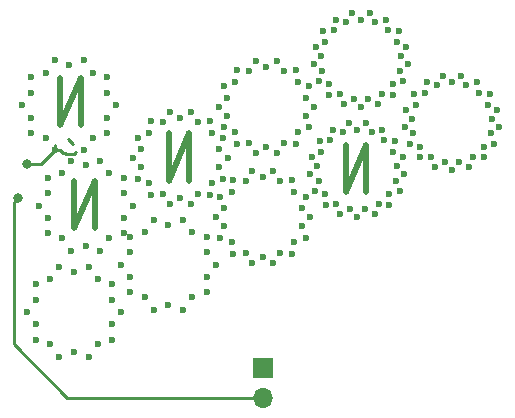
<source format=gbl>
G04 #@! TF.GenerationSoftware,KiCad,Pcbnew,(5.1.0-1548-g3fefe01d2)*
G04 #@! TF.CreationDate,2019-08-20T19:22:30-04:00*
G04 #@! TF.ProjectId,MotorcycleSpeedo,4d6f746f-7263-4796-936c-655370656564,rev?*
G04 #@! TF.SameCoordinates,Original*
G04 #@! TF.FileFunction,Copper,L2,Bot*
G04 #@! TF.FilePolarity,Positive*
%FSLAX46Y46*%
G04 Gerber Fmt 4.6, Leading zero omitted, Abs format (unit mm)*
G04 Created by KiCad (PCBNEW (5.1.0-1548-g3fefe01d2)) date 2019-08-20 19:22:30*
%MOMM*%
%LPD*%
G04 APERTURE LIST*
%ADD10C,0.500000*%
%ADD11C,0.600000*%
%ADD12O,1.700000X1.700000*%
%ADD13R,1.700000X1.700000*%
%ADD14C,0.800000*%
%ADD15C,0.250000*%
G04 APERTURE END LIST*
D10*
X102557142Y-84457797D02*
X102557142Y-80457797D01*
X100842857Y-84457797D01*
X100842857Y-80457797D01*
X126757142Y-90124353D02*
X126757142Y-86124353D01*
X125042857Y-90124353D01*
X125042857Y-86124353D01*
X111757142Y-89133935D02*
X111757142Y-85133935D01*
X110042857Y-89133935D01*
X110042857Y-85133935D01*
X103757142Y-93161269D02*
X103757142Y-89161269D01*
X102042857Y-93161269D01*
X102042857Y-89161269D01*
D11*
X99601530Y-85498932D03*
X98366408Y-83798932D03*
X98366408Y-81697616D03*
X99601530Y-79997616D03*
X101600000Y-79348274D03*
X103598470Y-79997616D03*
X104833592Y-81697616D03*
X104833592Y-83798932D03*
X103598470Y-85498932D03*
X100363932Y-86552500D03*
X98363932Y-85099415D03*
X97600000Y-82748274D03*
X98363932Y-80397133D03*
X100363932Y-78944048D03*
X102836068Y-78944048D03*
X104836068Y-80397133D03*
X105600000Y-82748274D03*
X104836068Y-85099415D03*
X102836068Y-86552500D03*
D12*
X118000000Y-107540000D03*
D13*
X118000000Y-105000000D03*
D11*
X133265002Y-80282938D03*
X131894271Y-80813961D03*
X130807931Y-81804291D03*
X130152697Y-83120178D03*
X130017063Y-84583903D03*
X130419347Y-85997783D03*
X131305217Y-87170866D03*
X132555033Y-87944719D03*
X134000000Y-88214830D03*
X135444967Y-87944719D03*
X136694783Y-87170866D03*
X137580653Y-85997783D03*
X137982937Y-84583903D03*
X137847303Y-83120178D03*
X137192069Y-81804291D03*
X136105729Y-80813961D03*
X134734998Y-80282938D03*
X132771778Y-81044424D03*
X131709435Y-81702200D03*
X130956445Y-82699320D03*
X130614504Y-83901118D03*
X130729793Y-85145284D03*
X131286741Y-86263788D03*
X132210131Y-87105568D03*
X133375252Y-87556939D03*
X134624748Y-87556939D03*
X135789869Y-87105568D03*
X136713259Y-86263788D03*
X137270207Y-85145284D03*
X137385496Y-83901118D03*
X137043555Y-82699320D03*
X136290565Y-81702200D03*
X135228222Y-81044424D03*
X134000000Y-80814830D03*
X125565002Y-74968108D03*
X124194271Y-75499131D03*
X123107931Y-76489461D03*
X122452697Y-77805348D03*
X122317063Y-79269073D03*
X122719347Y-80682953D03*
X123605217Y-81856036D03*
X124855033Y-82629889D03*
X126300000Y-82900000D03*
X127744967Y-82629889D03*
X128994783Y-81856036D03*
X129880653Y-80682953D03*
X130282937Y-79269073D03*
X130147303Y-77805348D03*
X129492069Y-76489461D03*
X128405729Y-75499131D03*
X127034998Y-74968108D03*
X125071778Y-75729594D03*
X124009435Y-76387370D03*
X123256445Y-77384490D03*
X122914504Y-78586288D03*
X123029793Y-79830454D03*
X123586741Y-80948958D03*
X124510131Y-81790738D03*
X125675252Y-82242109D03*
X126924748Y-82242109D03*
X128089869Y-81790738D03*
X129013259Y-80948958D03*
X129570207Y-79830454D03*
X129685496Y-78586288D03*
X129343555Y-77384490D03*
X128590565Y-76387370D03*
X127528222Y-75729594D03*
X126300000Y-75500000D03*
X125265002Y-84282938D03*
X123894271Y-84813961D03*
X122807931Y-85804291D03*
X122152697Y-87120178D03*
X122017063Y-88583903D03*
X122419347Y-89997783D03*
X123305217Y-91170866D03*
X124555033Y-91944719D03*
X126000000Y-92214830D03*
X127444967Y-91944719D03*
X128694783Y-91170866D03*
X129580653Y-89997783D03*
X129982937Y-88583903D03*
X129847303Y-87120178D03*
X129192069Y-85804291D03*
X128105729Y-84813961D03*
X126734998Y-84282938D03*
X124771778Y-85044424D03*
X123709435Y-85702200D03*
X122956445Y-86699320D03*
X122614504Y-87901118D03*
X122729793Y-89145284D03*
X123286741Y-90263788D03*
X124210131Y-91105568D03*
X125375252Y-91556939D03*
X126624748Y-91556939D03*
X127789869Y-91105568D03*
X128713259Y-90263788D03*
X129270207Y-89145284D03*
X129385496Y-87901118D03*
X129043555Y-86699320D03*
X128290565Y-85702200D03*
X127228222Y-85044424D03*
X126000000Y-84814830D03*
X117409916Y-79000288D03*
X115806041Y-79772674D03*
X114696125Y-81164465D03*
X114300000Y-82900000D03*
X114696125Y-84635535D03*
X115806041Y-86027326D03*
X117409916Y-86799712D03*
X119190084Y-86799712D03*
X120793959Y-86027326D03*
X121903875Y-84635535D03*
X122300000Y-82900000D03*
X121903875Y-81164465D03*
X120793959Y-79772674D03*
X119190084Y-79000288D03*
X116824795Y-79836706D03*
X115641773Y-80780135D03*
X114985245Y-82143429D03*
X114985245Y-83656571D03*
X115641773Y-85019865D03*
X116824795Y-85963294D03*
X118300000Y-86300000D03*
X119775205Y-85963294D03*
X120958227Y-85019865D03*
X121614755Y-83656571D03*
X121614755Y-82143429D03*
X120958227Y-80780135D03*
X119775205Y-79836706D03*
X118300000Y-79500000D03*
X117109916Y-88324700D03*
X115506041Y-89097086D03*
X114396125Y-90488877D03*
X114000000Y-92224412D03*
X114396125Y-93959947D03*
X115506041Y-95351738D03*
X117109916Y-96124124D03*
X118890084Y-96124124D03*
X120493959Y-95351738D03*
X121603875Y-93959947D03*
X122000000Y-92224412D03*
X121603875Y-90488877D03*
X120493959Y-89097086D03*
X118890084Y-88324700D03*
X116524795Y-89161118D03*
X115341773Y-90104547D03*
X114685245Y-91467841D03*
X114685245Y-92980983D03*
X115341773Y-94344277D03*
X116524795Y-95287706D03*
X118000000Y-95624412D03*
X119475205Y-95287706D03*
X120658227Y-94344277D03*
X121314755Y-92980983D03*
X121314755Y-91467841D03*
X120658227Y-90104547D03*
X119475205Y-89161118D03*
X118000000Y-88824412D03*
X110109916Y-83324700D03*
X108506041Y-84097086D03*
X107396125Y-85488877D03*
X107000000Y-87224412D03*
X107396125Y-88959947D03*
X108506041Y-90351738D03*
X110109916Y-91124124D03*
X111890084Y-91124124D03*
X113493959Y-90351738D03*
X114603875Y-88959947D03*
X115000000Y-87224412D03*
X114603875Y-85488877D03*
X113493959Y-84097086D03*
X111890084Y-83324700D03*
X109524795Y-84161118D03*
X108341773Y-85104547D03*
X107685245Y-86467841D03*
X107685245Y-87980983D03*
X108341773Y-89344277D03*
X109524795Y-90287706D03*
X111000000Y-90624412D03*
X112475205Y-90287706D03*
X113658227Y-89344277D03*
X114314755Y-87980983D03*
X114314755Y-86467841D03*
X113658227Y-85104547D03*
X112475205Y-84161118D03*
X111000000Y-83824412D03*
X108763932Y-92447520D03*
X106763932Y-93900605D03*
X106000000Y-96251746D03*
X106763932Y-98602887D03*
X108763932Y-100055972D03*
X111236068Y-100055972D03*
X113236068Y-98602887D03*
X114000000Y-96251746D03*
X113236068Y-93900605D03*
X111236068Y-92447520D03*
X108001530Y-93501088D03*
X106766408Y-95201088D03*
X106766408Y-97302404D03*
X108001530Y-99002404D03*
X110000000Y-99651746D03*
X111998470Y-99002404D03*
X113233592Y-97302404D03*
X113233592Y-95201088D03*
X111998470Y-93501088D03*
X110000000Y-92851746D03*
X100763932Y-96447520D03*
X98763932Y-97900605D03*
X98000000Y-100251746D03*
X98763932Y-102602887D03*
X100763932Y-104055972D03*
X103236068Y-104055972D03*
X105236068Y-102602887D03*
X106000000Y-100251746D03*
X105236068Y-97900605D03*
X103236068Y-96447520D03*
X100001530Y-97501088D03*
X98766408Y-99201088D03*
X98766408Y-101302404D03*
X100001530Y-103002404D03*
X102000000Y-103651746D03*
X103998470Y-103002404D03*
X105233592Y-101302404D03*
X105233592Y-99201088D03*
X103998470Y-97501088D03*
X102000000Y-96851746D03*
X101763932Y-87447520D03*
X99763932Y-88900605D03*
X99000000Y-91251746D03*
X99763932Y-93602887D03*
X101763932Y-95055972D03*
X104236068Y-95055972D03*
X106236068Y-93602887D03*
X107000000Y-91251746D03*
X106236068Y-88900605D03*
X104236068Y-87447520D03*
X101001530Y-88501088D03*
X99766408Y-90201088D03*
X99766408Y-92302404D03*
X101001530Y-94002404D03*
X103000000Y-94651746D03*
X104998470Y-94002404D03*
X106233592Y-92302404D03*
X106233592Y-90201088D03*
X104998470Y-88501088D03*
X103000000Y-87851746D03*
D14*
X98000000Y-87700000D03*
X97300000Y-90600000D03*
D15*
X102000000Y-86900000D02*
X102200000Y-86700000D01*
X101300000Y-86900000D02*
X102000000Y-86900000D01*
X101200000Y-86800000D02*
X101300000Y-86900000D01*
X101035696Y-86800000D02*
X101200000Y-86800000D01*
X100363932Y-86552500D02*
X100788196Y-86552500D01*
X100788196Y-86552500D02*
X101035696Y-86800000D01*
X98000000Y-87700000D02*
X99216432Y-87700000D01*
X99216432Y-87700000D02*
X100363932Y-86552500D01*
X101500000Y-85600000D02*
X101900000Y-86000000D01*
X100400000Y-86368158D02*
X100400000Y-86100000D01*
X96900000Y-91000000D02*
X97300000Y-90600000D01*
X96900000Y-103000000D02*
X96900000Y-91000000D01*
X101440000Y-107540000D02*
X96900000Y-103000000D01*
X118000000Y-107540000D02*
X101440000Y-107540000D01*
M02*

</source>
